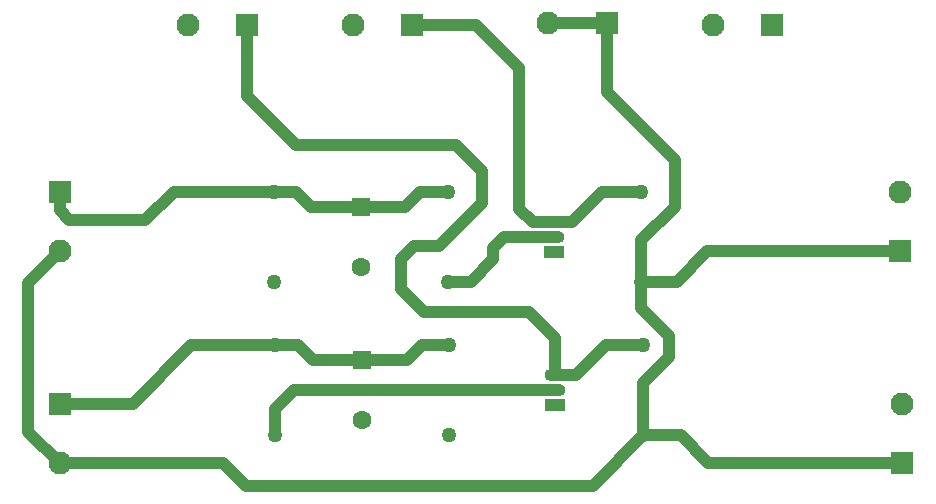
<source format=gbr>
G04 DipTrace 4.2.0.1*
G04 1 - Top.gbr*
%MOMM*%
G04 #@! TF.FileFunction,Copper,L1,Top*
G04 #@! TF.Part,Single*
G04 #@! TA.AperFunction,Conductor*
%ADD14C,1.0*%
G04 #@! TA.AperFunction,ComponentPad*
%ADD17C,1.6*%
%ADD18R,1.6X1.6*%
%ADD20R,1.95X1.95*%
%ADD21C,1.95*%
%ADD22R,1.782X1.062*%
%ADD23O,1.782X1.062*%
%ADD24C,1.27*%
%ADD25C,1.27*%
%FSLAX35Y35*%
G04*
G71*
G90*
G75*
G01*
G04 Top*
%LPD*%
X4426887Y6562940D2*
D14*
X4970637D1*
X5335760Y6197817D1*
Y5007190D1*
X5446887Y4896063D1*
X5624120D1*
X6367637Y5150067D2*
X6034263D1*
X5780260Y4896063D1*
X5624120D1*
X5640283Y3594317D2*
X5812013D1*
X6066017Y3848320D1*
X6383797D1*
X3029890Y6562940D2*
Y5963687D1*
X3446637Y5546940D1*
X4796010D1*
X5018260Y5324690D1*
Y5054813D1*
X4653137Y4689690D1*
X4446760D1*
X4335637Y4578567D1*
Y4324563D1*
X4526137Y4134063D1*
X5415137D1*
X5640283Y3908917D1*
Y3594317D1*
X1446387Y5146063D2*
Y4991313D1*
X1525760Y4911940D1*
X2168767D1*
X2406890Y5150063D1*
X3254017D1*
X3446637D1*
X3573637Y5023063D1*
X3990627D1*
X4367387D1*
X4494387Y5150063D1*
X4727227D1*
X1446380Y3352190D2*
X2061513D1*
X2557640Y3848317D1*
X3270190D1*
X3462510D1*
X3589510Y3721317D1*
X4006790D1*
X4383267D1*
X4510267Y3848317D1*
X4743390D1*
X4727227Y4388067D2*
X4923013D1*
X5113513Y4578563D1*
Y4673817D1*
X5208763Y4769063D1*
X5624123D1*
X3270190Y3086320D2*
Y3306743D1*
X3430763Y3467317D1*
X5640287D1*
X6367637Y4388067D2*
X6669263D1*
X6927263Y4646067D1*
X8558387D1*
X6383797Y3086320D2*
X6701007D1*
X6935137Y2852190D1*
X8574260D1*
X1446393D2*
X1442387D1*
X1176513Y3118063D1*
Y4376190D1*
X1446387Y4646063D1*
X5577887Y6578813D2*
X6077887D1*
Y5995440D1*
X6653387Y5419940D1*
Y5023067D1*
X6367637Y4737317D1*
Y4388067D1*
X1446393Y2852190D2*
X2823513D1*
X3018013Y2657690D1*
X5955167D1*
X6383797Y3086320D1*
Y3531100D1*
X6605760Y3753063D1*
Y3927690D1*
X6367637Y4165813D1*
Y4388067D1*
D17*
X3990627Y4515067D3*
D18*
Y5023067D3*
D17*
X4006790Y3213320D3*
D18*
Y3721320D3*
D20*
X1446387Y5146063D3*
D21*
Y4646063D3*
D20*
X1446380Y3352191D3*
D21*
X1446393Y2852191D3*
D20*
X3029890Y6562940D3*
D21*
X2529890D3*
D20*
X6077887Y6578813D3*
D21*
X5577887D3*
D20*
X8558387Y4646067D3*
D21*
Y5146067D3*
D20*
X8574260Y2852190D3*
D21*
Y3352190D3*
D20*
X4426887Y6562940D3*
D21*
X3926887D3*
D20*
X7474887D3*
D21*
X6974887D3*
D22*
X5624128Y4642062D3*
D23*
X5624123Y4769062D3*
X5624119Y4896062D3*
D22*
X5640289Y3340318D3*
D23*
X5640287Y3467318D3*
X5640284Y3594318D3*
D24*
X3254016Y5150067D3*
D25*
X3254030Y4388067D3*
D24*
X4743390Y3086320D3*
D25*
Y3848320D3*
D24*
X4727227Y4388067D3*
D25*
Y5150067D3*
D24*
X3270190Y3086320D3*
D25*
Y3848320D3*
D24*
X6367637Y4388067D3*
D25*
Y5150067D3*
D24*
X6383797Y3086320D3*
D25*
Y3848320D3*
M02*

</source>
